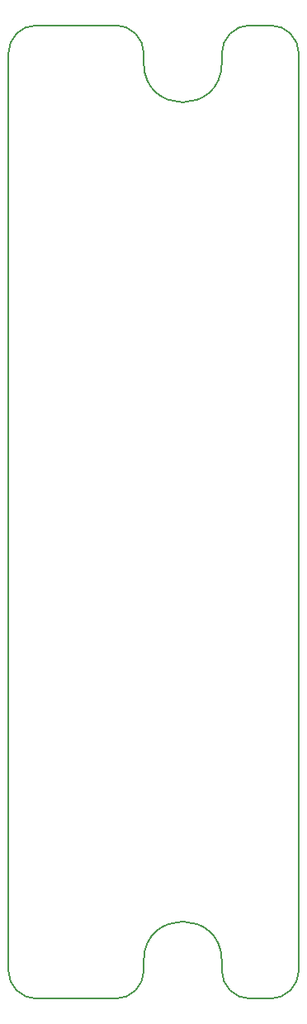
<source format=gbr>
%TF.GenerationSoftware,KiCad,Pcbnew,8.0.4-8.0.4-0~ubuntu22.04.1*%
%TF.CreationDate,2024-09-26T22:04:01+03:00*%
%TF.ProjectId,PM-LED16,504d2d4c-4544-4313-962e-6b696361645f,rev?*%
%TF.SameCoordinates,Original*%
%TF.FileFunction,Profile,NP*%
%FSLAX46Y46*%
G04 Gerber Fmt 4.6, Leading zero omitted, Abs format (unit mm)*
G04 Created by KiCad (PCBNEW 8.0.4-8.0.4-0~ubuntu22.04.1) date 2024-09-26 22:04:01*
%MOMM*%
%LPD*%
G01*
G04 APERTURE LIST*
%TA.AperFunction,Profile*%
%ADD10C,0.200000*%
%TD*%
G04 APERTURE END LIST*
D10*
X64800000Y-53800000D02*
X64800000Y-54850000D01*
X77800000Y-50900000D02*
G75*
G02*
X80700000Y-53800000I0J-2900000D01*
G01*
X61900000Y-150700000D02*
X53800000Y-150700000D01*
X61900000Y-50900000D02*
G75*
G02*
X64800000Y-53800000I0J-2900000D01*
G01*
X64800000Y-146750000D02*
X64800000Y-147800000D01*
X80700000Y-147800000D02*
G75*
G02*
X77800000Y-150700000I-2900000J0D01*
G01*
X50900000Y-147800000D02*
X50900000Y-53800000D01*
X72800000Y-147800000D02*
X72800000Y-146750000D01*
X72800000Y-54850000D02*
G75*
G02*
X64800000Y-54850000I-4000000J50000D01*
G01*
X77800000Y-150700000D02*
X75700000Y-150700000D01*
X64800000Y-147800000D02*
G75*
G02*
X61900000Y-150700000I-2900000J0D01*
G01*
X72800000Y-53800000D02*
G75*
G02*
X75700000Y-50900000I2900000J0D01*
G01*
X53800000Y-150700000D02*
G75*
G02*
X50900000Y-147800000I0J2900000D01*
G01*
X80700000Y-53800000D02*
X80700000Y-147800000D01*
X50900000Y-53800000D02*
G75*
G02*
X53800000Y-50900000I2900000J0D01*
G01*
X72800000Y-54850000D02*
X72800000Y-53800000D01*
X75700000Y-150700000D02*
G75*
G02*
X72800000Y-147800000I0J2900000D01*
G01*
X75700000Y-50900000D02*
X77800000Y-50900000D01*
X53800000Y-50900000D02*
X61900000Y-50900000D01*
X64800000Y-146750000D02*
G75*
G02*
X72800000Y-146750000I4000000J-50000D01*
G01*
M02*

</source>
